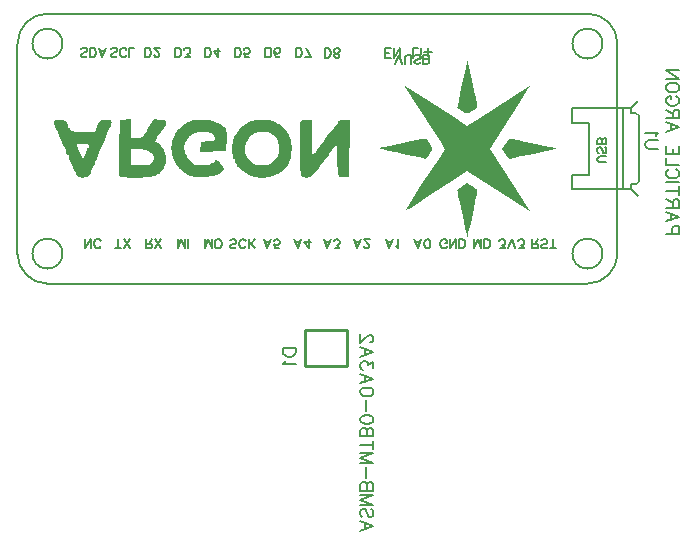
<source format=gbo>
G04 Layer: BottomSilkscreenLayer*
G04 EasyEDA v6.5.5, 2022-05-19 09:40:35*
G04 cccee4e8604c442182ae7a2f59335eea,d4d611e81e4947998488be7877915955,10*
G04 Gerber Generator version 0.2*
G04 Scale: 100 percent, Rotated: No, Reflected: No *
G04 Dimensions in millimeters *
G04 leading zeros omitted , absolute positions ,4 integer and 5 decimal *
%FSLAX45Y45*%
%MOMM*%

%ADD10C,0.2540*%
%ADD17C,0.1270*%
%ADD18C,0.2032*%
%ADD19C,0.1524*%
%ADD20C,0.1780*%

%LPD*%
G36*
X6233769Y3730091D02*
G01*
X6233566Y3730040D01*
X6228943Y3710584D01*
X6218986Y3665474D01*
X6190488Y3532530D01*
X6172047Y3445357D01*
X6152134Y3348482D01*
X6150203Y3337509D01*
X6150965Y3336137D01*
X6156299Y3331108D01*
X6165748Y3323793D01*
X6177889Y3315055D01*
X6191453Y3305810D01*
X6205067Y3296920D01*
X6217462Y3289401D01*
X6227216Y3284067D01*
X6230721Y3282543D01*
X6233210Y3282340D01*
X6236919Y3283102D01*
X6241694Y3284778D01*
X6247536Y3287369D01*
X6254343Y3290773D01*
X6270396Y3300018D01*
X6289700Y3312515D01*
X6298285Y3318510D01*
X6305296Y3323742D01*
X6310833Y3328415D01*
X6314998Y3332530D01*
X6317843Y3336137D01*
X6319469Y3339388D01*
X6319977Y3342284D01*
X6318961Y3350209D01*
X6316268Y3365296D01*
X6306667Y3412794D01*
X6293154Y3476142D01*
X6273647Y3564534D01*
X6258255Y3632149D01*
X6245199Y3687724D01*
X6240119Y3708298D01*
X6236309Y3722573D01*
G37*
G36*
X5706160Y3514090D02*
G01*
X5706262Y3512616D01*
X5709412Y3507079D01*
X5959500Y3118612D01*
X6010859Y3039262D01*
X6021781Y3021736D01*
X6030518Y3006852D01*
X6036970Y2994863D01*
X6040983Y2985973D01*
X6041999Y2982772D01*
X6042406Y2980385D01*
X6042152Y2978912D01*
X6007201Y2924454D01*
X5845911Y2674721D01*
X5723534Y2484323D01*
X5711037Y2464206D01*
X5708294Y2458466D01*
X5709869Y2457500D01*
X5716828Y2460955D01*
X5755081Y2485034D01*
X5942177Y2605227D01*
X6103112Y2709367D01*
X6235446Y2795524D01*
X6601053Y2559151D01*
X6746697Y2465527D01*
X6767322Y2452878D01*
X6747967Y2484120D01*
X6631635Y2664764D01*
X6424625Y2984804D01*
X6604812Y3262477D01*
X6679641Y3378555D01*
X6732574Y3461207D01*
X6759397Y3503777D01*
X6763359Y3511245D01*
X6763461Y3513226D01*
X6760616Y3512210D01*
X6744309Y3501948D01*
X6342532Y3242919D01*
X6235192Y3173984D01*
X6095085Y3264915D01*
X5838748Y3430219D01*
X5710682Y3512413D01*
X5707583Y3513988D01*
G37*
G36*
X5882690Y3070047D02*
G01*
X5877306Y3069183D01*
X5844844Y3062681D01*
X5723432Y3037332D01*
X5576468Y3005886D01*
X5523890Y2994456D01*
X5490210Y2986633D01*
X5490108Y2986430D01*
X5491632Y2985719D01*
X5500522Y2983077D01*
X5516524Y2978912D01*
X5565343Y2967228D01*
X5629452Y2952496D01*
X5726785Y2930804D01*
X5821121Y2910687D01*
X5866841Y2901746D01*
X5877915Y2900222D01*
X5880811Y2900680D01*
X5884011Y2902305D01*
X5887618Y2905048D01*
X5891682Y2909011D01*
X5896254Y2914345D01*
X5901436Y2921000D01*
X5907227Y2929128D01*
X5918911Y2946654D01*
X5928106Y2961335D01*
X5935116Y2973273D01*
X5939180Y2981096D01*
X5939790Y2982976D01*
X5939282Y2985262D01*
X5937707Y2988970D01*
X5935218Y2993948D01*
X5928004Y3006648D01*
X5918708Y3021634D01*
X5908548Y3037179D01*
X5898642Y3051403D01*
X5890209Y3062681D01*
X5886856Y3066592D01*
X5884316Y3069132D01*
G37*
G36*
X6584137Y3069742D02*
G01*
X6583781Y3069640D01*
X6528968Y2985058D01*
X6561277Y2934004D01*
X6571996Y2918815D01*
X6576872Y2912465D01*
X6581292Y2907284D01*
X6585051Y2903321D01*
X6588048Y2900781D01*
X6590131Y2899918D01*
X6595567Y2900730D01*
X6627520Y2906928D01*
X6681927Y2918053D01*
X6752234Y2932785D01*
X6830110Y2949397D01*
X6898741Y2964637D01*
X6950100Y2976626D01*
X6967423Y2980994D01*
X6978040Y2983992D01*
X6981240Y2985262D01*
X6981291Y2985465D01*
X6976059Y2987141D01*
X6942988Y2995066D01*
X6887362Y3007410D01*
X6818274Y3022346D01*
X6726732Y3041700D01*
X6660438Y3055366D01*
X6610197Y3065322D01*
X6593941Y3068320D01*
G37*
G36*
X6235141Y2691231D02*
G01*
X6150559Y2636469D01*
X6150508Y2635148D01*
X6151880Y2626258D01*
X6159296Y2587447D01*
X6171336Y2528062D01*
X6188049Y2447950D01*
X6203645Y2375001D01*
X6217818Y2309876D01*
X6228740Y2261666D01*
X6232398Y2246731D01*
X6234734Y2238908D01*
X6235242Y2239518D01*
X6236208Y2242058D01*
X6239154Y2252370D01*
X6243472Y2269236D01*
X6255359Y2319274D01*
X6270396Y2386076D01*
X6288786Y2471318D01*
X6303010Y2539085D01*
X6313627Y2591155D01*
X6319215Y2621026D01*
X6319774Y2625090D01*
X6319520Y2628900D01*
X6318351Y2632506D01*
X6315964Y2636266D01*
X6312154Y2640330D01*
X6306718Y2644952D01*
X6299301Y2650337D01*
X6277660Y2664460D01*
G37*
G36*
X3387445Y3231286D02*
G01*
X3290366Y3224225D01*
X3287078Y2978810D01*
X3451301Y2978810D01*
X3467760Y2978505D01*
X3482594Y2977540D01*
X3496005Y2975864D01*
X3508146Y2973425D01*
X3513836Y2971901D01*
X3519271Y2970174D01*
X3524504Y2968244D01*
X3529533Y2966110D01*
X3539185Y2961132D01*
X3543808Y2958287D01*
X3553663Y2951226D01*
X3558540Y2947314D01*
X3562858Y2943352D01*
X3566718Y2939440D01*
X3570122Y2935528D01*
X3573018Y2931566D01*
X3575405Y2927553D01*
X3577336Y2923489D01*
X3578809Y2919425D01*
X3579774Y2915208D01*
X3580282Y2910992D01*
X3580282Y2906623D01*
X3579876Y2902204D01*
X3578961Y2897632D01*
X3577539Y2892958D01*
X3575710Y2888132D01*
X3573424Y2883154D01*
X3570630Y2878023D01*
X3567379Y2872689D01*
X3563721Y2867202D01*
X3557930Y2859786D01*
X3554933Y2856687D01*
X3551732Y2853944D01*
X3548227Y2851556D01*
X3544417Y2849473D01*
X3540099Y2847695D01*
X3535273Y2846222D01*
X3529787Y2845003D01*
X3523589Y2844038D01*
X3508756Y2842666D01*
X3490010Y2842006D01*
X3478987Y2841853D01*
X3387445Y2841853D01*
X3387445Y2978810D01*
X3287078Y2978810D01*
X3286556Y2915056D01*
X3286556Y2851708D01*
X3287166Y2800908D01*
X3288334Y2766720D01*
X3289096Y2757170D01*
X3289757Y2753664D01*
X3290570Y2752394D01*
X3291840Y2751175D01*
X3293618Y2750007D01*
X3298545Y2747822D01*
X3305251Y2745892D01*
X3313531Y2744165D01*
X3323285Y2742641D01*
X3334359Y2741320D01*
X3346551Y2740253D01*
X3373780Y2738729D01*
X3403854Y2738018D01*
X3427526Y2738069D01*
X3451606Y2738577D01*
X3467658Y2739136D01*
X3498951Y2740914D01*
X3513937Y2742082D01*
X3528314Y2743454D01*
X3541826Y2745028D01*
X3554476Y2746806D01*
X3565956Y2748737D01*
X3576218Y2750870D01*
X3585108Y2753207D01*
X3592474Y2755696D01*
X3595522Y2757017D01*
X3600907Y2759760D01*
X3611422Y2766060D01*
X3621430Y2773273D01*
X3630929Y2781401D01*
X3635451Y2785770D01*
X3643985Y2795066D01*
X3651859Y2805074D01*
X3659022Y2815640D01*
X3662324Y2821127D01*
X3668268Y2832404D01*
X3673348Y2844038D01*
X3677564Y2856026D01*
X3679291Y2862072D01*
X3680764Y2868168D01*
X3682949Y2880461D01*
X3683660Y2886659D01*
X3684219Y2898952D01*
X3684066Y2904642D01*
X3683558Y2910484D01*
X3681577Y2922778D01*
X3678478Y2935579D01*
X3674364Y2948686D01*
X3669436Y2961741D01*
X3663797Y2974492D01*
X3657549Y2986786D01*
X3650894Y2998216D01*
X3643934Y3008680D01*
X3640429Y3013405D01*
X3636873Y3017774D01*
X3633317Y3021736D01*
X3629761Y3025292D01*
X3626256Y3028391D01*
X3622801Y3031032D01*
X3619449Y3033115D01*
X3616147Y3034639D01*
X3612946Y3035554D01*
X3603294Y3036874D01*
X3597910Y3039465D01*
X3594252Y3043377D01*
X3592880Y3048101D01*
X3593236Y3050133D01*
X3594201Y3052978D01*
X3597859Y3060954D01*
X3603447Y3071418D01*
X3610559Y3083712D01*
X3618839Y3097225D01*
X3627780Y3111296D01*
X3637076Y3125368D01*
X3646220Y3138728D01*
X3654907Y3150768D01*
X3662629Y3160928D01*
X3669080Y3168497D01*
X3671671Y3171139D01*
X3673754Y3172866D01*
X3677259Y3176879D01*
X3680714Y3183636D01*
X3683762Y3192119D01*
X3685946Y3201416D01*
X3686556Y3206038D01*
X3686708Y3210052D01*
X3686200Y3213455D01*
X3684930Y3216351D01*
X3682847Y3218789D01*
X3679850Y3220872D01*
X3675837Y3222548D01*
X3670655Y3223971D01*
X3664204Y3225139D01*
X3656431Y3226104D01*
X3636416Y3227679D01*
X3582924Y3231134D01*
X3534410Y3155340D01*
X3522218Y3136595D01*
X3506571Y3113938D01*
X3497529Y3102102D01*
X3489248Y3092602D01*
X3485286Y3088640D01*
X3481425Y3085134D01*
X3477615Y3082137D01*
X3473805Y3079546D01*
X3469995Y3077311D01*
X3466084Y3075482D01*
X3462070Y3073958D01*
X3453637Y3071825D01*
X3444341Y3070656D01*
X3433927Y3070199D01*
X3387445Y3070148D01*
G37*
G36*
X3971950Y3230168D02*
G01*
X3957828Y3229813D01*
X3944061Y3228949D01*
X3930853Y3227679D01*
X3918305Y3225850D01*
X3906570Y3223564D01*
X3895750Y3220821D01*
X3886098Y3217519D01*
X3876192Y3213201D01*
X3865524Y3207867D01*
X3855262Y3202279D01*
X3845356Y3196336D01*
X3835857Y3190036D01*
X3826713Y3183483D01*
X3817975Y3176625D01*
X3809644Y3169462D01*
X3801719Y3162096D01*
X3794150Y3154426D01*
X3787038Y3146501D01*
X3780282Y3138373D01*
X3773932Y3130042D01*
X3767988Y3121507D01*
X3762451Y3112770D01*
X3757371Y3103829D01*
X3752646Y3094736D01*
X3748379Y3085490D01*
X3744468Y3076092D01*
X3741013Y3066592D01*
X3738016Y3056940D01*
X3735374Y3047238D01*
X3733190Y3037382D01*
X3731412Y3027476D01*
X3730091Y3017469D01*
X3729228Y3007410D01*
X3728770Y2997352D01*
X3728720Y2987192D01*
X3729126Y2977083D01*
X3729990Y2966923D01*
X3731260Y2956763D01*
X3733037Y2946603D01*
X3735222Y2936544D01*
X3737864Y2926435D01*
X3740912Y2916428D01*
X3744468Y2906522D01*
X3748481Y2896616D01*
X3752951Y2886862D01*
X3757828Y2877159D01*
X3763213Y2867609D01*
X3769055Y2858160D01*
X3775354Y2848864D01*
X3782161Y2839720D01*
X3789426Y2830779D01*
X3797147Y2821940D01*
X3805326Y2813354D01*
X3814368Y2804566D01*
X3824630Y2795574D01*
X3835501Y2786837D01*
X3846728Y2778506D01*
X3857955Y2770886D01*
X3868775Y2764180D01*
X3878935Y2758592D01*
X3888028Y2754376D01*
X3896614Y2751429D01*
X3906265Y2748889D01*
X3916730Y2746806D01*
X3927856Y2745079D01*
X3939540Y2743758D01*
X3951732Y2742793D01*
X3964330Y2742234D01*
X3977233Y2742082D01*
X3990289Y2742285D01*
X4003497Y2742844D01*
X4016654Y2743758D01*
X4029760Y2745028D01*
X4042664Y2746603D01*
X4055262Y2748584D01*
X4067505Y2750820D01*
X4079290Y2753461D01*
X4090466Y2756357D01*
X4100982Y2759608D01*
X4110736Y2763113D01*
X4119626Y2766923D01*
X4131614Y2773172D01*
X4145229Y2781249D01*
X4150918Y2785110D01*
X4155846Y2788920D01*
X4160113Y2792679D01*
X4163669Y2796438D01*
X4166463Y2800197D01*
X4168597Y2804007D01*
X4170070Y2807868D01*
X4170832Y2811830D01*
X4170883Y2815945D01*
X4170324Y2820162D01*
X4169105Y2824581D01*
X4167225Y2829153D01*
X4164685Y2833979D01*
X4161485Y2839059D01*
X4157726Y2844444D01*
X4148226Y2856077D01*
X4143146Y2861767D01*
X4138117Y2866898D01*
X4133189Y2871470D01*
X4128414Y2875534D01*
X4123842Y2878988D01*
X4119473Y2881884D01*
X4115308Y2884170D01*
X4111498Y2885897D01*
X4107942Y2886964D01*
X4104792Y2887421D01*
X4101998Y2887218D01*
X4099610Y2886354D01*
X4097731Y2884830D01*
X4096359Y2882595D01*
X4095496Y2879699D01*
X4095191Y2876092D01*
X4093819Y2871622D01*
X4090162Y2868015D01*
X4084726Y2865577D01*
X4071416Y2863748D01*
X4065981Y2861310D01*
X4062272Y2857703D01*
X4060342Y2851708D01*
X4058564Y2850184D01*
X4055668Y2848813D01*
X4051808Y2847492D01*
X4046982Y2846273D01*
X4041292Y2845155D01*
X4027728Y2843377D01*
X4011676Y2842260D01*
X3993794Y2841853D01*
X3977284Y2841955D01*
X3963263Y2842463D01*
X3951325Y2843479D01*
X3941114Y2845155D01*
X3936492Y2846273D01*
X3932174Y2847594D01*
X3928059Y2849168D01*
X3924147Y2850997D01*
X3916578Y2855417D01*
X3909110Y2861056D01*
X3901287Y2868066D01*
X3892753Y2876550D01*
X3885641Y2884424D01*
X3878427Y2893517D01*
X3871264Y2903524D01*
X3864457Y2914142D01*
X3858107Y2924962D01*
X3852519Y2935732D01*
X3847744Y2946146D01*
X3844086Y2955798D01*
X3839972Y2969006D01*
X3837127Y2980334D01*
X3836212Y2985465D01*
X3835603Y2990342D01*
X3835298Y2994964D01*
X3835349Y2999536D01*
X3835755Y3004058D01*
X3836517Y3008579D01*
X3837584Y3013202D01*
X3840835Y3023006D01*
X3845509Y3034131D01*
X3851148Y3045917D01*
X3856888Y3056432D01*
X3863035Y3066186D01*
X3869639Y3075178D01*
X3876649Y3083407D01*
X3880307Y3087268D01*
X3888028Y3094380D01*
X3896207Y3100730D01*
X3904894Y3106420D01*
X3914089Y3111347D01*
X3923792Y3115614D01*
X3934104Y3119120D01*
X3944924Y3122015D01*
X3956304Y3124200D01*
X3968343Y3125724D01*
X3980942Y3126638D01*
X3994200Y3126841D01*
X4010406Y3126384D01*
X4025137Y3125165D01*
X4038498Y3123234D01*
X4044645Y3122015D01*
X4055872Y3118967D01*
X4060951Y3117138D01*
X4065676Y3115157D01*
X4070045Y3112973D01*
X4074058Y3110636D01*
X4077715Y3108096D01*
X4081068Y3105353D01*
X4084015Y3102406D01*
X4086656Y3099308D01*
X4088892Y3096006D01*
X4090822Y3092551D01*
X4092397Y3088894D01*
X4093616Y3085033D01*
X4094479Y3080969D01*
X4094987Y3076752D01*
X4095191Y3072333D01*
X4094987Y3067507D01*
X4094378Y3063341D01*
X4093159Y3059734D01*
X4091228Y3056737D01*
X4088434Y3054197D01*
X4084726Y3052064D01*
X4079951Y3050286D01*
X4073906Y3048863D01*
X4066590Y3047644D01*
X4047388Y3045815D01*
X3975303Y3041599D01*
X3968191Y2955137D01*
X4192219Y2961690D01*
X4196435Y3084372D01*
X4196689Y3099765D01*
X4196537Y3113278D01*
X4195826Y3125012D01*
X4194505Y3135274D01*
X4193590Y3139897D01*
X4192422Y3144215D01*
X4191000Y3148330D01*
X4189374Y3152140D01*
X4187494Y3155746D01*
X4185361Y3159201D01*
X4182872Y3162452D01*
X4180128Y3165602D01*
X4173677Y3171596D01*
X4165752Y3177387D01*
X4156354Y3183178D01*
X4145279Y3189224D01*
X4117695Y3202889D01*
X4104741Y3208934D01*
X4094276Y3213049D01*
X4082796Y3216656D01*
X4070451Y3219907D01*
X4057446Y3222701D01*
X4043832Y3225088D01*
X4029760Y3226968D01*
X4015435Y3228441D01*
X4000906Y3229508D01*
X3986377Y3230067D01*
G37*
G36*
X2780131Y3229965D02*
G01*
X2767939Y3229762D01*
X2758186Y3229051D01*
X2750616Y3227679D01*
X2744978Y3225596D01*
X2741015Y3222599D01*
X2738475Y3218586D01*
X2737104Y3213404D01*
X2736748Y3206953D01*
X2736951Y3201974D01*
X2737612Y3196488D01*
X2738628Y3190748D01*
X2739948Y3184906D01*
X2743454Y3173679D01*
X2745536Y3168599D01*
X2753969Y3151987D01*
X2765958Y3126232D01*
X2779725Y3095142D01*
X2802229Y3043428D01*
X2814940Y3015183D01*
X2926181Y3015183D01*
X2926486Y3017621D01*
X2927908Y3019602D01*
X2930448Y3021177D01*
X2934309Y3022396D01*
X2939491Y3023260D01*
X2946196Y3023870D01*
X2964535Y3024428D01*
X2986582Y3024378D01*
X2995625Y3024124D01*
X3003550Y3023616D01*
X3010408Y3022904D01*
X3016250Y3021990D01*
X3021177Y3020771D01*
X3025140Y3019298D01*
X3028340Y3017570D01*
X3030677Y3015488D01*
X3032302Y3013100D01*
X3033217Y3010408D01*
X3033522Y3007360D01*
X3032658Y3000705D01*
X3030169Y2995269D01*
X3026562Y2991561D01*
X3017672Y2988970D01*
X3014065Y2985566D01*
X3011627Y2980537D01*
X3010712Y2974390D01*
X3010357Y2970580D01*
X3009392Y2965754D01*
X3007868Y2960065D01*
X3003346Y2947060D01*
X3000502Y2940151D01*
X2993999Y2926384D01*
X2977286Y2894177D01*
X2956966Y2945638D01*
X2948940Y2964840D01*
X2938526Y2988259D01*
X2934004Y2997606D01*
X2928213Y3008630D01*
X2926791Y3012186D01*
X2926181Y3015183D01*
X2814940Y3015183D01*
X2826664Y2990088D01*
X2832404Y2975914D01*
X2834792Y2969107D01*
X2838196Y2957118D01*
X2839161Y2952292D01*
X2839466Y2948533D01*
X2840380Y2942539D01*
X2842818Y2937662D01*
X2846476Y2934360D01*
X2855315Y2931769D01*
X2858973Y2928061D01*
X2861411Y2922574D01*
X2862326Y2915869D01*
X2862529Y2912008D01*
X2863138Y2907588D01*
X2865374Y2897835D01*
X2868726Y2887827D01*
X2870657Y2883103D01*
X2878378Y2867456D01*
X2888691Y2845308D01*
X2905556Y2807004D01*
X2911297Y2794457D01*
X2917139Y2782468D01*
X2922727Y2771597D01*
X2927756Y2762504D01*
X2931972Y2755696D01*
X2933700Y2753360D01*
X2936900Y2749956D01*
X2940761Y2747111D01*
X2945130Y2744673D01*
X2949956Y2742742D01*
X2955239Y2741269D01*
X2960827Y2740253D01*
X2966720Y2739644D01*
X2972816Y2739440D01*
X2979064Y2739593D01*
X2985363Y2740152D01*
X2991713Y2741117D01*
X2998012Y2742387D01*
X3004159Y2743962D01*
X3010103Y2745892D01*
X3015843Y2748127D01*
X3021228Y2750616D01*
X3026257Y2753410D01*
X3030829Y2756458D01*
X3034842Y2759710D01*
X3038297Y2763215D01*
X3041142Y2766923D01*
X3043224Y2770784D01*
X3044494Y2774848D01*
X3045358Y2783128D01*
X3046577Y2788412D01*
X3048508Y2794660D01*
X3050997Y2801670D01*
X3054045Y2809240D01*
X3057550Y2817114D01*
X3065576Y2832912D01*
X3071622Y2844292D01*
X3078073Y2857246D01*
X3084677Y2871114D01*
X3096717Y2898394D01*
X3119729Y2956458D01*
X3131769Y2986024D01*
X3146856Y3021838D01*
X3162503Y3057855D01*
X3195269Y3131515D01*
X3202940Y3149346D01*
X3209340Y3164890D01*
X3214420Y3178302D01*
X3218281Y3189732D01*
X3220821Y3199333D01*
X3222091Y3207258D01*
X3222244Y3210661D01*
X3222040Y3213709D01*
X3221583Y3216402D01*
X3220770Y3218789D01*
X3219602Y3220872D01*
X3218180Y3222701D01*
X3216402Y3224225D01*
X3214319Y3225546D01*
X3211880Y3226663D01*
X3206140Y3228238D01*
X3199028Y3229254D01*
X3190697Y3229762D01*
X3170123Y3229965D01*
X3156102Y3229711D01*
X3150158Y3229356D01*
X3144926Y3228695D01*
X3140202Y3227730D01*
X3135934Y3226409D01*
X3132124Y3224631D01*
X3128619Y3222345D01*
X3125317Y3219500D01*
X3122168Y3215995D01*
X3119120Y3211830D01*
X3116021Y3206953D01*
X3109518Y3194608D01*
X3078632Y3127197D01*
X2964129Y3127248D01*
X2942793Y3127451D01*
X2924962Y3127908D01*
X2910281Y3128721D01*
X2898546Y3129838D01*
X2889402Y3131362D01*
X2885744Y3132277D01*
X2882646Y3133344D01*
X2880055Y3134512D01*
X2877972Y3135782D01*
X2876346Y3137204D01*
X2875178Y3138779D01*
X2874314Y3140456D01*
X2873857Y3142335D01*
X2872841Y3150971D01*
X2870352Y3156458D01*
X2866745Y3160115D01*
X2857855Y3163062D01*
X2854248Y3167481D01*
X2851810Y3174034D01*
X2850896Y3182010D01*
X2850591Y3187852D01*
X2849778Y3193288D01*
X2848406Y3198317D01*
X2846476Y3202990D01*
X2843987Y3207308D01*
X2840939Y3211271D01*
X2837383Y3214827D01*
X2833217Y3217976D01*
X2828544Y3220821D01*
X2823260Y3223209D01*
X2817469Y3225292D01*
X2811119Y3226968D01*
X2804210Y3228289D01*
X2796743Y3229203D01*
X2788716Y3229762D01*
G37*
G36*
X4501489Y3229965D02*
G01*
X4487164Y3229762D01*
X4473346Y3229102D01*
X4459986Y3228035D01*
X4447133Y3226511D01*
X4434687Y3224580D01*
X4422698Y3222091D01*
X4411116Y3219196D01*
X4399940Y3215741D01*
X4389120Y3211830D01*
X4378655Y3207410D01*
X4368546Y3202381D01*
X4358690Y3196894D01*
X4349191Y3190798D01*
X4339894Y3184144D01*
X4330903Y3176930D01*
X4322114Y3169158D01*
X4313580Y3160725D01*
X4305198Y3151682D01*
X4296968Y3142030D01*
X4288942Y3131769D01*
X4281017Y3120796D01*
X4273194Y3109214D01*
X4265472Y3096920D01*
X4257852Y3083966D01*
X4256328Y3080867D01*
X4254855Y3077210D01*
X4252163Y3068167D01*
X4249877Y3057296D01*
X4247946Y3044850D01*
X4246372Y3031286D01*
X4245203Y3016859D01*
X4244340Y3001975D01*
X4243887Y2980182D01*
X4350562Y2980182D01*
X4350918Y2991154D01*
X4352239Y3002178D01*
X4354525Y3013405D01*
X4357827Y3024682D01*
X4362399Y3037433D01*
X4367479Y3049270D01*
X4373118Y3060192D01*
X4376115Y3065373D01*
X4382566Y3075025D01*
X4389526Y3083864D01*
X4393184Y3087979D01*
X4401007Y3095548D01*
X4409389Y3102254D01*
X4418330Y3108198D01*
X4423003Y3110839D01*
X4432858Y3115513D01*
X4438040Y3117596D01*
X4443323Y3119424D01*
X4454448Y3122523D01*
X4460189Y3123793D01*
X4472228Y3125673D01*
X4478528Y3126384D01*
X4491532Y3127146D01*
X4507534Y3127146D01*
X4523790Y3126536D01*
X4531004Y3125927D01*
X4537608Y3125114D01*
X4543806Y3123996D01*
X4549597Y3122625D01*
X4555083Y3120948D01*
X4560366Y3118866D01*
X4565497Y3116478D01*
X4570577Y3113633D01*
X4575708Y3110382D01*
X4580890Y3106724D01*
X4591913Y3097834D01*
X4602988Y3087979D01*
X4611878Y3079597D01*
X4619040Y3071926D01*
X4622038Y3068218D01*
X4624679Y3064510D01*
X4627016Y3060750D01*
X4628997Y3056839D01*
X4630724Y3052826D01*
X4632198Y3048508D01*
X4633417Y3043936D01*
X4635195Y3033674D01*
X4636262Y3021482D01*
X4636820Y3006953D01*
X4637024Y2972003D01*
X4636617Y2957271D01*
X4635652Y2944977D01*
X4634890Y2939542D01*
X4633874Y2934563D01*
X4632655Y2929890D01*
X4631131Y2925470D01*
X4629353Y2921254D01*
X4627219Y2917190D01*
X4624730Y2913176D01*
X4618583Y2905099D01*
X4610760Y2896514D01*
X4601006Y2886913D01*
X4589932Y2876448D01*
X4580077Y2867609D01*
X4571136Y2860446D01*
X4562703Y2854706D01*
X4554474Y2850286D01*
X4550206Y2848508D01*
X4545888Y2847035D01*
X4541367Y2845816D01*
X4531563Y2843987D01*
X4520488Y2842920D01*
X4507636Y2842463D01*
X4492650Y2842463D01*
X4475276Y2842920D01*
X4460697Y2844038D01*
X4454296Y2844850D01*
X4448352Y2845917D01*
X4442866Y2847238D01*
X4437786Y2848813D01*
X4432960Y2850692D01*
X4428388Y2852877D01*
X4423968Y2855366D01*
X4419701Y2858262D01*
X4415434Y2861513D01*
X4406798Y2869336D01*
X4402226Y2873857D01*
X4392523Y2884474D01*
X4383836Y2895041D01*
X4379823Y2900273D01*
X4372660Y2910840D01*
X4366514Y2921406D01*
X4361383Y2931972D01*
X4359148Y2937256D01*
X4355541Y2947924D01*
X4354068Y2953258D01*
X4351934Y2963976D01*
X4350766Y2974746D01*
X4350562Y2980182D01*
X4243887Y2980182D01*
X4243882Y2972155D01*
X4244238Y2957982D01*
X4245000Y2944723D01*
X4246168Y2932734D01*
X4247743Y2922371D01*
X4249724Y2913989D01*
X4250893Y2910687D01*
X4252163Y2907944D01*
X4253534Y2905912D01*
X4259427Y2900578D01*
X4263085Y2894736D01*
X4265523Y2887878D01*
X4266641Y2877870D01*
X4267403Y2874619D01*
X4268622Y2871114D01*
X4270248Y2867355D01*
X4274769Y2859227D01*
X4280814Y2850388D01*
X4288129Y2840990D01*
X4296664Y2831287D01*
X4306112Y2821432D01*
X4316374Y2811576D01*
X4327245Y2801874D01*
X4338574Y2792577D01*
X4350207Y2783789D01*
X4361891Y2775712D01*
X4373473Y2768549D01*
X4384802Y2762453D01*
X4395266Y2757627D01*
X4405934Y2753309D01*
X4416856Y2749550D01*
X4427880Y2746349D01*
X4439107Y2743657D01*
X4450486Y2741523D01*
X4461916Y2739898D01*
X4473448Y2738780D01*
X4485030Y2738120D01*
X4496612Y2738018D01*
X4508246Y2738374D01*
X4519828Y2739186D01*
X4531410Y2740507D01*
X4542891Y2742285D01*
X4554321Y2744520D01*
X4565599Y2747213D01*
X4576775Y2750362D01*
X4587798Y2753969D01*
X4598619Y2757932D01*
X4609236Y2762402D01*
X4619650Y2767228D01*
X4629810Y2772511D01*
X4639665Y2778150D01*
X4649216Y2784195D01*
X4658461Y2790647D01*
X4667351Y2797454D01*
X4675886Y2804668D01*
X4684014Y2812237D01*
X4691735Y2820111D01*
X4699000Y2828391D01*
X4705756Y2837027D01*
X4712106Y2845968D01*
X4717897Y2855264D01*
X4723130Y2864866D01*
X4727549Y2874314D01*
X4731461Y2884576D01*
X4734915Y2895498D01*
X4737963Y2907030D01*
X4740503Y2919069D01*
X4742586Y2931566D01*
X4744262Y2944418D01*
X4745431Y2957474D01*
X4746193Y2970733D01*
X4746447Y2984042D01*
X4746244Y2997352D01*
X4745634Y3010560D01*
X4744516Y3023565D01*
X4742942Y3036316D01*
X4740960Y3048660D01*
X4738471Y3060598D01*
X4735525Y3071977D01*
X4732121Y3082747D01*
X4728260Y3092754D01*
X4723942Y3102000D01*
X4717897Y3113074D01*
X4711395Y3123641D01*
X4704486Y3133750D01*
X4697120Y3143402D01*
X4689398Y3152546D01*
X4681220Y3161233D01*
X4672685Y3169412D01*
X4663744Y3177082D01*
X4654397Y3184245D01*
X4644694Y3190900D01*
X4634585Y3197047D01*
X4624171Y3202686D01*
X4613402Y3207816D01*
X4602226Y3212439D01*
X4590745Y3216503D01*
X4578959Y3220059D01*
X4566818Y3223056D01*
X4554372Y3225546D01*
X4541570Y3227476D01*
X4528515Y3228848D01*
X4515154Y3229660D01*
G37*
G36*
X4872685Y3229965D02*
G01*
X4862017Y3229660D01*
X4852619Y3228848D01*
X4844440Y3227476D01*
X4837480Y3225495D01*
X4831689Y3222955D01*
X4827066Y3219856D01*
X4823612Y3216198D01*
X4821275Y3211880D01*
X4820208Y3208070D01*
X4819192Y3202635D01*
X4817414Y3187192D01*
X4816043Y3166465D01*
X4814925Y3141218D01*
X4814163Y3112160D01*
X4813554Y3046018D01*
X4813757Y3001467D01*
X4814976Y2929585D01*
X4815941Y2894990D01*
X4817160Y2862376D01*
X4818583Y2832557D01*
X4820208Y2806242D01*
X4822037Y2784297D01*
X4824069Y2767482D01*
X4825187Y2761234D01*
X4826304Y2756611D01*
X4827473Y2753614D01*
X4828082Y2752801D01*
X4831486Y2750058D01*
X4835956Y2747467D01*
X4841290Y2745130D01*
X4847285Y2743098D01*
X4853787Y2741422D01*
X4860544Y2740152D01*
X4867452Y2739390D01*
X4874260Y2739085D01*
X4881118Y2739390D01*
X4887823Y2740406D01*
X4894529Y2742184D01*
X4901184Y2744825D01*
X4908042Y2748432D01*
X4915052Y2753106D01*
X4922418Y2758846D01*
X4930140Y2765806D01*
X4938420Y2774086D01*
X4947208Y2783789D01*
X4956708Y2794914D01*
X4966970Y2807614D01*
X4978095Y2821940D01*
X4990185Y2838043D01*
X5059273Y2933446D01*
X5075224Y2954883D01*
X5084978Y2967380D01*
X5100116Y2986176D01*
X5116271Y3007360D01*
X5119878Y3011830D01*
X5122875Y3014726D01*
X5124246Y3015488D01*
X5125415Y3015792D01*
X5126532Y3015538D01*
X5127548Y3014726D01*
X5128463Y3013354D01*
X5129276Y3011322D01*
X5130596Y3005226D01*
X5131663Y2996184D01*
X5132425Y2983941D01*
X5133289Y2948736D01*
X5134051Y2853436D01*
X5134610Y2834741D01*
X5135372Y2818130D01*
X5136438Y2803448D01*
X5137912Y2790596D01*
X5139740Y2779522D01*
X5142026Y2770022D01*
X5144770Y2762097D01*
X5146344Y2758643D01*
X5148072Y2755544D01*
X5149900Y2752801D01*
X5151932Y2750312D01*
X5154117Y2748178D01*
X5156403Y2746298D01*
X5158892Y2744673D01*
X5164429Y2742234D01*
X5167426Y2741371D01*
X5174081Y2740253D01*
X5181498Y2739948D01*
X5189778Y2740253D01*
X5198922Y2741117D01*
X5231028Y2744774D01*
X5237175Y3229965D01*
X5193741Y3229965D01*
X5185410Y3229813D01*
X5177993Y3229406D01*
X5171338Y3228644D01*
X5165344Y3227476D01*
X5160010Y3225901D01*
X5155184Y3223818D01*
X5150764Y3221228D01*
X5146700Y3218027D01*
X5142839Y3214217D01*
X5139131Y3209747D01*
X5135473Y3204514D01*
X5128971Y3193999D01*
X5122113Y3183686D01*
X5114086Y3172256D01*
X5105247Y3160369D01*
X5096103Y3148685D01*
X5080203Y3129889D01*
X5066893Y3113786D01*
X5050332Y3092754D01*
X5031892Y3068624D01*
X5017668Y3049625D01*
X4961991Y2972562D01*
X4949901Y2956814D01*
X4944719Y2950667D01*
X4940147Y2945739D01*
X4936134Y2942082D01*
X4932578Y2939592D01*
X4929479Y2938373D01*
X4928108Y2938272D01*
X4926838Y2938475D01*
X4925669Y2938983D01*
X4924602Y2939846D01*
X4922723Y2942539D01*
X4921199Y2946603D01*
X4919980Y2951988D01*
X4919014Y2958795D01*
X4918252Y2966974D01*
X4917389Y2987598D01*
X4917084Y3014116D01*
X4917084Y3229965D01*
G37*
D19*
X5436615Y-212344D02*
G01*
X5327650Y-254000D01*
X5436615Y-212344D02*
G01*
X5327650Y-170942D01*
X5363972Y-238505D02*
G01*
X5363972Y-186436D01*
X5421122Y-63754D02*
G01*
X5431536Y-74168D01*
X5436615Y-89915D01*
X5436615Y-110489D01*
X5431536Y-126237D01*
X5421122Y-136652D01*
X5410708Y-136652D01*
X5400293Y-131318D01*
X5394959Y-126237D01*
X5389879Y-115823D01*
X5379465Y-84581D01*
X5374386Y-74168D01*
X5369052Y-69087D01*
X5358638Y-63754D01*
X5343143Y-63754D01*
X5332729Y-74168D01*
X5327650Y-89915D01*
X5327650Y-110489D01*
X5332729Y-126237D01*
X5343143Y-136652D01*
X5436615Y-29463D02*
G01*
X5327650Y-29463D01*
X5436615Y-29463D02*
G01*
X5327650Y11937D01*
X5436615Y53594D02*
G01*
X5327650Y11937D01*
X5436615Y53594D02*
G01*
X5327650Y53594D01*
X5436615Y87884D02*
G01*
X5327650Y87884D01*
X5436615Y87884D02*
G01*
X5436615Y134620D01*
X5431536Y150113D01*
X5426202Y155447D01*
X5415788Y160528D01*
X5405374Y160528D01*
X5394959Y155447D01*
X5389879Y150113D01*
X5384800Y134620D01*
X5384800Y87884D02*
G01*
X5384800Y134620D01*
X5379465Y150113D01*
X5374386Y155447D01*
X5363972Y160528D01*
X5348224Y160528D01*
X5337809Y155447D01*
X5332729Y150113D01*
X5327650Y134620D01*
X5327650Y87884D01*
X5374386Y194818D02*
G01*
X5374386Y288289D01*
X5436615Y322579D02*
G01*
X5327650Y322579D01*
X5436615Y322579D02*
G01*
X5327650Y364236D01*
X5436615Y405892D02*
G01*
X5327650Y364236D01*
X5436615Y405892D02*
G01*
X5327650Y405892D01*
X5436615Y476504D02*
G01*
X5327650Y476504D01*
X5436615Y440181D02*
G01*
X5436615Y512826D01*
X5436615Y547115D02*
G01*
X5327650Y547115D01*
X5436615Y547115D02*
G01*
X5436615Y593852D01*
X5431536Y609600D01*
X5426202Y614679D01*
X5415788Y619760D01*
X5405374Y619760D01*
X5394959Y614679D01*
X5389879Y609600D01*
X5384800Y593852D01*
X5384800Y547115D02*
G01*
X5384800Y593852D01*
X5379465Y609600D01*
X5374386Y614679D01*
X5363972Y619760D01*
X5348224Y619760D01*
X5337809Y614679D01*
X5332729Y609600D01*
X5327650Y593852D01*
X5327650Y547115D01*
X5436615Y685292D02*
G01*
X5431536Y669797D01*
X5415788Y659384D01*
X5389879Y654050D01*
X5374386Y654050D01*
X5348224Y659384D01*
X5332729Y669797D01*
X5327650Y685292D01*
X5327650Y695705D01*
X5332729Y711200D01*
X5348224Y721613D01*
X5374386Y726947D01*
X5389879Y726947D01*
X5415788Y721613D01*
X5431536Y711200D01*
X5436615Y695705D01*
X5436615Y685292D01*
X5374386Y761237D02*
G01*
X5374386Y854710D01*
X5436615Y920242D02*
G01*
X5431536Y904494D01*
X5415788Y894079D01*
X5389879Y889000D01*
X5374386Y889000D01*
X5348224Y894079D01*
X5332729Y904494D01*
X5327650Y920242D01*
X5327650Y930655D01*
X5332729Y946150D01*
X5348224Y956563D01*
X5374386Y961644D01*
X5389879Y961644D01*
X5415788Y956563D01*
X5431536Y946150D01*
X5436615Y930655D01*
X5436615Y920242D01*
X5436615Y1037589D02*
G01*
X5327650Y995934D01*
X5436615Y1037589D02*
G01*
X5327650Y1079245D01*
X5363972Y1011681D02*
G01*
X5363972Y1063497D01*
X5436615Y1123950D02*
G01*
X5436615Y1181100D01*
X5394959Y1149857D01*
X5394959Y1165352D01*
X5389879Y1175765D01*
X5384800Y1181100D01*
X5369052Y1186179D01*
X5358638Y1186179D01*
X5343143Y1181100D01*
X5332729Y1170686D01*
X5327650Y1154937D01*
X5327650Y1139444D01*
X5332729Y1123950D01*
X5337809Y1118615D01*
X5348224Y1113536D01*
X5436615Y1262126D02*
G01*
X5327650Y1220470D01*
X5436615Y1262126D02*
G01*
X5327650Y1303528D01*
X5363972Y1235963D02*
G01*
X5363972Y1288034D01*
X5410708Y1343152D02*
G01*
X5415788Y1343152D01*
X5426202Y1348231D01*
X5431536Y1353565D01*
X5436615Y1363979D01*
X5436615Y1384554D01*
X5431536Y1394968D01*
X5426202Y1400302D01*
X5415788Y1405381D01*
X5405374Y1405381D01*
X5394959Y1400302D01*
X5379465Y1389887D01*
X5327650Y1337818D01*
X5327650Y1410715D01*
X4672584Y1295400D02*
G01*
X4781550Y1295400D01*
X4672584Y1295400D02*
G01*
X4672584Y1259078D01*
X4677663Y1243329D01*
X4688077Y1233170D01*
X4698491Y1227836D01*
X4714240Y1222755D01*
X4740147Y1222755D01*
X4755641Y1227836D01*
X4766056Y1233170D01*
X4776470Y1243329D01*
X4781550Y1259078D01*
X4781550Y1295400D01*
X4693411Y1188465D02*
G01*
X4688077Y1178052D01*
X4672584Y1162304D01*
X4781550Y1162304D01*
X8027415Y2260600D02*
G01*
X7918450Y2260600D01*
X8027415Y2260600D02*
G01*
X8027415Y2307336D01*
X8022336Y2322829D01*
X8017002Y2328163D01*
X8006588Y2333244D01*
X7991093Y2333244D01*
X7980679Y2328163D01*
X7975600Y2322829D01*
X7970265Y2307336D01*
X7970265Y2260600D01*
X8027415Y2409189D02*
G01*
X7918450Y2367534D01*
X8027415Y2409189D02*
G01*
X7918450Y2450845D01*
X7954772Y2383281D02*
G01*
X7954772Y2435097D01*
X8027415Y2485136D02*
G01*
X7918450Y2485136D01*
X8027415Y2485136D02*
G01*
X8027415Y2531871D01*
X8022336Y2547365D01*
X8017002Y2552700D01*
X8006588Y2557779D01*
X7996174Y2557779D01*
X7985759Y2552700D01*
X7980679Y2547365D01*
X7975600Y2531871D01*
X7975600Y2485136D01*
X7975600Y2521457D02*
G01*
X7918450Y2557779D01*
X8027415Y2628392D02*
G01*
X7918450Y2628392D01*
X8027415Y2592070D02*
G01*
X8027415Y2664713D01*
X8027415Y2699004D02*
G01*
X7918450Y2699004D01*
X8001508Y2811271D02*
G01*
X8011922Y2806192D01*
X8022336Y2795778D01*
X8027415Y2785363D01*
X8027415Y2764536D01*
X8022336Y2754121D01*
X8011922Y2743707D01*
X8001508Y2738628D01*
X7985759Y2733294D01*
X7959852Y2733294D01*
X7944358Y2738628D01*
X7933943Y2743707D01*
X7923529Y2754121D01*
X7918450Y2764536D01*
X7918450Y2785363D01*
X7923529Y2795778D01*
X7933943Y2806192D01*
X7944358Y2811271D01*
X8027415Y2845562D02*
G01*
X7918450Y2845562D01*
X7918450Y2845562D02*
G01*
X7918450Y2908045D01*
X8027415Y2942336D02*
G01*
X7918450Y2942336D01*
X8027415Y2942336D02*
G01*
X8027415Y3009900D01*
X7975600Y2942336D02*
G01*
X7975600Y2983737D01*
X7918450Y2942336D02*
G01*
X7918450Y3009900D01*
X8027415Y3165602D02*
G01*
X7918450Y3124200D01*
X8027415Y3165602D02*
G01*
X7918450Y3207257D01*
X7954772Y3139694D02*
G01*
X7954772Y3191510D01*
X8027415Y3241547D02*
G01*
X7918450Y3241547D01*
X8027415Y3241547D02*
G01*
X8027415Y3288284D01*
X8022336Y3303778D01*
X8017002Y3309112D01*
X8006588Y3314192D01*
X7996174Y3314192D01*
X7985759Y3309112D01*
X7980679Y3303778D01*
X7975600Y3288284D01*
X7975600Y3241547D01*
X7975600Y3277870D02*
G01*
X7918450Y3314192D01*
X8001508Y3426460D02*
G01*
X8011922Y3421379D01*
X8022336Y3410965D01*
X8027415Y3400552D01*
X8027415Y3379723D01*
X8022336Y3369310D01*
X8011922Y3358895D01*
X8001508Y3353815D01*
X7985759Y3348481D01*
X7959852Y3348481D01*
X7944358Y3353815D01*
X7933943Y3358895D01*
X7923529Y3369310D01*
X7918450Y3379723D01*
X7918450Y3400552D01*
X7923529Y3410965D01*
X7933943Y3421379D01*
X7944358Y3426460D01*
X7959852Y3426460D01*
X7959852Y3400552D02*
G01*
X7959852Y3426460D01*
X8027415Y3491992D02*
G01*
X8022336Y3481578D01*
X8011922Y3471163D01*
X8001508Y3465829D01*
X7985759Y3460750D01*
X7959852Y3460750D01*
X7944358Y3465829D01*
X7933943Y3471163D01*
X7923529Y3481578D01*
X7918450Y3491992D01*
X7918450Y3512820D01*
X7923529Y3522979D01*
X7933943Y3533394D01*
X7944358Y3538728D01*
X7959852Y3543807D01*
X7985759Y3543807D01*
X8001508Y3538728D01*
X8011922Y3533394D01*
X8022336Y3522979D01*
X8027415Y3512820D01*
X8027415Y3491992D01*
X8027415Y3578097D02*
G01*
X7918450Y3578097D01*
X8027415Y3578097D02*
G01*
X7918450Y3650995D01*
X8027415Y3650995D02*
G01*
X7918450Y3650995D01*
X7849615Y2984500D02*
G01*
X7771638Y2984500D01*
X7756143Y2989579D01*
X7745729Y2999994D01*
X7740650Y3015742D01*
X7740650Y3026155D01*
X7745729Y3041650D01*
X7756143Y3052063D01*
X7771638Y3057144D01*
X7849615Y3057144D01*
X7828788Y3091434D02*
G01*
X7834122Y3101847D01*
X7849615Y3117595D01*
X7740650Y3117595D01*
D20*
X4010659Y2140457D02*
G01*
X4010659Y2218181D01*
X4010659Y2140457D02*
G01*
X4040124Y2218181D01*
X4069841Y2140457D02*
G01*
X4040124Y2218181D01*
X4069841Y2140457D02*
G01*
X4069841Y2218181D01*
X4116324Y2140457D02*
G01*
X4108958Y2144268D01*
X4101591Y2151634D01*
X4097781Y2159000D01*
X4094225Y2169921D01*
X4094225Y2188463D01*
X4097781Y2199639D01*
X4101591Y2207005D01*
X4108958Y2214371D01*
X4116324Y2218181D01*
X4131056Y2218181D01*
X4138422Y2214371D01*
X4145788Y2207005D01*
X4149597Y2199639D01*
X4153408Y2188463D01*
X4153408Y2169921D01*
X4149597Y2159000D01*
X4145788Y2151634D01*
X4138422Y2144268D01*
X4131056Y2140457D01*
X4116324Y2140457D01*
X4278375Y2151634D02*
G01*
X4271009Y2144268D01*
X4259834Y2140457D01*
X4245102Y2140457D01*
X4233925Y2144268D01*
X4226559Y2151634D01*
X4226559Y2159000D01*
X4230370Y2166365D01*
X4233925Y2169921D01*
X4241291Y2173731D01*
X4263390Y2181097D01*
X4271009Y2184907D01*
X4274565Y2188463D01*
X4278375Y2195829D01*
X4278375Y2207005D01*
X4271009Y2214371D01*
X4259834Y2218181D01*
X4245102Y2218181D01*
X4233925Y2214371D01*
X4226559Y2207005D01*
X4358131Y2159000D02*
G01*
X4354322Y2151634D01*
X4346956Y2144268D01*
X4339590Y2140457D01*
X4324858Y2140457D01*
X4317491Y2144268D01*
X4310125Y2151634D01*
X4306315Y2159000D01*
X4302759Y2169921D01*
X4302759Y2188463D01*
X4306315Y2199639D01*
X4310125Y2207005D01*
X4317491Y2214371D01*
X4324858Y2218181D01*
X4339590Y2218181D01*
X4346956Y2214371D01*
X4354322Y2207005D01*
X4358131Y2199639D01*
X4382515Y2140457D02*
G01*
X4382515Y2218181D01*
X4434331Y2140457D02*
G01*
X4382515Y2192273D01*
X4401058Y2173731D02*
G01*
X4434331Y2218181D01*
X4540504Y2140457D02*
G01*
X4511040Y2218181D01*
X4540504Y2140457D02*
G01*
X4570222Y2218181D01*
X4522215Y2192273D02*
G01*
X4559045Y2192273D01*
X4638802Y2140457D02*
G01*
X4601972Y2140457D01*
X4598161Y2173731D01*
X4601972Y2169921D01*
X4613147Y2166365D01*
X4624070Y2166365D01*
X4635245Y2169921D01*
X4642611Y2177542D01*
X4646168Y2188463D01*
X4646168Y2195829D01*
X4642611Y2207005D01*
X4635245Y2214371D01*
X4624070Y2218181D01*
X4613147Y2218181D01*
X4601972Y2214371D01*
X4598161Y2210562D01*
X4594606Y2203195D01*
X4799584Y2140457D02*
G01*
X4770120Y2218181D01*
X4799584Y2140457D02*
G01*
X4829302Y2218181D01*
X4781295Y2192273D02*
G01*
X4818125Y2192273D01*
X4890515Y2140457D02*
G01*
X4853686Y2192273D01*
X4909058Y2192273D01*
X4890515Y2140457D02*
G01*
X4890515Y2218181D01*
X5048504Y2140457D02*
G01*
X5019040Y2218181D01*
X5048504Y2140457D02*
G01*
X5078222Y2218181D01*
X5030215Y2192273D02*
G01*
X5067045Y2192273D01*
X5109972Y2140457D02*
G01*
X5150611Y2140457D01*
X5128513Y2169921D01*
X5139436Y2169921D01*
X5146802Y2173731D01*
X5150611Y2177542D01*
X5154168Y2188463D01*
X5154168Y2195829D01*
X5150611Y2207005D01*
X5143245Y2214371D01*
X5132070Y2218181D01*
X5121147Y2218181D01*
X5109972Y2214371D01*
X5106161Y2210562D01*
X5102606Y2203195D01*
X5302504Y2140457D02*
G01*
X5273040Y2218181D01*
X5302504Y2140457D02*
G01*
X5332222Y2218181D01*
X5284215Y2192273D02*
G01*
X5321045Y2192273D01*
X5360161Y2159000D02*
G01*
X5360161Y2155189D01*
X5363972Y2147823D01*
X5367527Y2144268D01*
X5375147Y2140457D01*
X5389879Y2140457D01*
X5397245Y2144268D01*
X5400802Y2147823D01*
X5404611Y2155189D01*
X5404611Y2162555D01*
X5400802Y2169921D01*
X5393436Y2181097D01*
X5356606Y2218181D01*
X5408168Y2218181D01*
X5574284Y2142997D02*
G01*
X5544820Y2220721D01*
X5574284Y2142997D02*
G01*
X5604002Y2220721D01*
X5555995Y2194813D02*
G01*
X5592825Y2194813D01*
X5628386Y2157729D02*
G01*
X5635752Y2154173D01*
X5646927Y2142997D01*
X5646927Y2220721D01*
X5815584Y2140457D02*
G01*
X5786120Y2218181D01*
X5815584Y2140457D02*
G01*
X5845302Y2218181D01*
X5797295Y2192273D02*
G01*
X5834125Y2192273D01*
X5891784Y2140457D02*
G01*
X5880608Y2144268D01*
X5873241Y2155189D01*
X5869686Y2173731D01*
X5869686Y2184907D01*
X5873241Y2203195D01*
X5880608Y2214371D01*
X5891784Y2218181D01*
X5899150Y2218181D01*
X5910325Y2214371D01*
X5917691Y2203195D01*
X5921247Y2184907D01*
X5921247Y2173731D01*
X5917691Y2155189D01*
X5910325Y2144268D01*
X5899150Y2140457D01*
X5891784Y2140457D01*
X6062472Y2159000D02*
G01*
X6058915Y2151634D01*
X6051550Y2144268D01*
X6043929Y2140457D01*
X6029197Y2140457D01*
X6021831Y2144268D01*
X6014465Y2151634D01*
X6010909Y2159000D01*
X6007100Y2169921D01*
X6007100Y2188463D01*
X6010909Y2199639D01*
X6014465Y2207005D01*
X6021831Y2214371D01*
X6029197Y2218181D01*
X6043929Y2218181D01*
X6051550Y2214371D01*
X6058915Y2207005D01*
X6062472Y2199639D01*
X6062472Y2188463D01*
X6043929Y2188463D02*
G01*
X6062472Y2188463D01*
X6086856Y2140457D02*
G01*
X6086856Y2218181D01*
X6086856Y2140457D02*
G01*
X6138672Y2218181D01*
X6138672Y2140457D02*
G01*
X6138672Y2218181D01*
X6163056Y2140457D02*
G01*
X6163056Y2218181D01*
X6163056Y2140457D02*
G01*
X6188963Y2140457D01*
X6199886Y2144268D01*
X6207506Y2151634D01*
X6211061Y2159000D01*
X6214872Y2169921D01*
X6214872Y2188463D01*
X6211061Y2199639D01*
X6207506Y2207005D01*
X6199886Y2214371D01*
X6188963Y2218181D01*
X6163056Y2218181D01*
X6291579Y2140457D02*
G01*
X6291579Y2218181D01*
X6291579Y2140457D02*
G01*
X6321043Y2218181D01*
X6350761Y2140457D02*
G01*
X6321043Y2218181D01*
X6350761Y2140457D02*
G01*
X6350761Y2218181D01*
X6375145Y2140457D02*
G01*
X6375145Y2218181D01*
X6375145Y2140457D02*
G01*
X6401054Y2140457D01*
X6411975Y2144268D01*
X6419341Y2151634D01*
X6423152Y2159000D01*
X6426708Y2169921D01*
X6426708Y2188463D01*
X6423152Y2199639D01*
X6419341Y2207005D01*
X6411975Y2214371D01*
X6401054Y2218181D01*
X6375145Y2218181D01*
X6512306Y2140457D02*
G01*
X6552945Y2140457D01*
X6530847Y2169921D01*
X6541770Y2169921D01*
X6549390Y2173731D01*
X6552945Y2177542D01*
X6556756Y2188463D01*
X6556756Y2195829D01*
X6552945Y2207005D01*
X6545579Y2214371D01*
X6534404Y2218181D01*
X6523481Y2218181D01*
X6512306Y2214371D01*
X6508750Y2210562D01*
X6504940Y2203195D01*
X6581140Y2140457D02*
G01*
X6610604Y2218181D01*
X6640068Y2140457D02*
G01*
X6610604Y2218181D01*
X6672072Y2140457D02*
G01*
X6712711Y2140457D01*
X6690359Y2169921D01*
X6701536Y2169921D01*
X6708902Y2173731D01*
X6712711Y2177542D01*
X6716268Y2188463D01*
X6716268Y2195829D01*
X6712711Y2207005D01*
X6705345Y2214371D01*
X6694170Y2218181D01*
X6682993Y2218181D01*
X6672072Y2214371D01*
X6668261Y2210562D01*
X6664706Y2203195D01*
X6784340Y2140457D02*
G01*
X6784340Y2218181D01*
X6784340Y2140457D02*
G01*
X6817613Y2140457D01*
X6828790Y2144268D01*
X6832345Y2147823D01*
X6836156Y2155189D01*
X6836156Y2162555D01*
X6832345Y2169921D01*
X6828790Y2173731D01*
X6817613Y2177542D01*
X6784340Y2177542D01*
X6810247Y2177542D02*
G01*
X6836156Y2218181D01*
X6912102Y2151634D02*
G01*
X6904736Y2144268D01*
X6893813Y2140457D01*
X6878827Y2140457D01*
X6867906Y2144268D01*
X6860540Y2151634D01*
X6860540Y2159000D01*
X6864095Y2166365D01*
X6867906Y2169921D01*
X6875272Y2173731D01*
X6897370Y2181097D01*
X6904736Y2184907D01*
X6908545Y2188463D01*
X6912102Y2195829D01*
X6912102Y2207005D01*
X6904736Y2214371D01*
X6893813Y2218181D01*
X6878827Y2218181D01*
X6867906Y2214371D01*
X6860540Y2207005D01*
X6962393Y2140457D02*
G01*
X6962393Y2218181D01*
X6936486Y2140457D02*
G01*
X6988302Y2140457D01*
X7412481Y2867660D02*
G01*
X7357109Y2867660D01*
X7345934Y2871470D01*
X7338568Y2878836D01*
X7334758Y2889757D01*
X7334758Y2897123D01*
X7338568Y2908300D01*
X7345934Y2915665D01*
X7357109Y2919476D01*
X7412481Y2919476D01*
X7401306Y2995421D02*
G01*
X7408672Y2988055D01*
X7412481Y2977134D01*
X7412481Y2962147D01*
X7408672Y2951226D01*
X7401306Y2943860D01*
X7393940Y2943860D01*
X7386574Y2947415D01*
X7383018Y2951226D01*
X7379208Y2958592D01*
X7371841Y2980689D01*
X7368031Y2988055D01*
X7364475Y2991865D01*
X7357109Y2995421D01*
X7345934Y2995421D01*
X7338568Y2988055D01*
X7334758Y2977134D01*
X7334758Y2962147D01*
X7338568Y2951226D01*
X7345934Y2943860D01*
X7412481Y3019805D02*
G01*
X7334758Y3019805D01*
X7412481Y3019805D02*
G01*
X7412481Y3053079D01*
X7408672Y3064255D01*
X7405115Y3068065D01*
X7397750Y3071621D01*
X7390384Y3071621D01*
X7383018Y3068065D01*
X7379208Y3064255D01*
X7375397Y3053079D01*
X7375397Y3019805D02*
G01*
X7375397Y3053079D01*
X7371841Y3064255D01*
X7368031Y3068065D01*
X7360665Y3071621D01*
X7349743Y3071621D01*
X7342377Y3068065D01*
X7338568Y3064255D01*
X7334758Y3053079D01*
X7334758Y3019805D01*
X2999740Y2142997D02*
G01*
X2999740Y2220721D01*
X2999740Y2142997D02*
G01*
X3051556Y2220721D01*
X3051556Y2142997D02*
G01*
X3051556Y2220721D01*
X3131311Y2161539D02*
G01*
X3127502Y2154173D01*
X3120136Y2146807D01*
X3112770Y2142997D01*
X3098038Y2142997D01*
X3090672Y2146807D01*
X3083306Y2154173D01*
X3079495Y2161539D01*
X3075940Y2172462D01*
X3075940Y2191004D01*
X3079495Y2202179D01*
X3083306Y2209545D01*
X3090672Y2216912D01*
X3098038Y2220721D01*
X3112770Y2220721D01*
X3120136Y2216912D01*
X3127502Y2209545D01*
X3131311Y2202179D01*
X3277108Y2142997D02*
G01*
X3277108Y2220721D01*
X3251200Y2142997D02*
G01*
X3303015Y2142997D01*
X3327400Y2142997D02*
G01*
X3378961Y2220721D01*
X3378961Y2142997D02*
G01*
X3327400Y2220721D01*
X3512820Y2142997D02*
G01*
X3512820Y2220721D01*
X3512820Y2142997D02*
G01*
X3546093Y2142997D01*
X3557270Y2146807D01*
X3560825Y2150363D01*
X3564636Y2157729D01*
X3564636Y2165095D01*
X3560825Y2172462D01*
X3557270Y2176271D01*
X3546093Y2180081D01*
X3512820Y2180081D01*
X3538727Y2180081D02*
G01*
X3564636Y2220721D01*
X3589020Y2142997D02*
G01*
X3640581Y2220721D01*
X3640581Y2142997D02*
G01*
X3589020Y2220721D01*
X3782059Y2142997D02*
G01*
X3782059Y2220721D01*
X3782059Y2142997D02*
G01*
X3811524Y2220721D01*
X3841241Y2142997D02*
G01*
X3811524Y2220721D01*
X3841241Y2142997D02*
G01*
X3841241Y2220721D01*
X3865625Y2142997D02*
G01*
X3865625Y2220721D01*
X3013456Y3769613D02*
G01*
X3006090Y3762247D01*
X2994913Y3758437D01*
X2980181Y3758437D01*
X2969006Y3762247D01*
X2961640Y3769613D01*
X2961640Y3776979D01*
X2965450Y3784345D01*
X2969006Y3787902D01*
X2976372Y3791712D01*
X2998470Y3799078D01*
X3006090Y3802887D01*
X3009645Y3806444D01*
X3013456Y3813810D01*
X3013456Y3824986D01*
X3006090Y3832352D01*
X2994913Y3836162D01*
X2980181Y3836162D01*
X2969006Y3832352D01*
X2961640Y3824986D01*
X3037840Y3758437D02*
G01*
X3037840Y3836162D01*
X3037840Y3758437D02*
G01*
X3063747Y3758437D01*
X3074670Y3762247D01*
X3082036Y3769613D01*
X3085845Y3776979D01*
X3089402Y3787902D01*
X3089402Y3806444D01*
X3085845Y3817620D01*
X3082036Y3824986D01*
X3074670Y3832352D01*
X3063747Y3836162D01*
X3037840Y3836162D01*
X3143504Y3758437D02*
G01*
X3113786Y3836162D01*
X3143504Y3758437D02*
G01*
X3172968Y3836162D01*
X3124961Y3810254D02*
G01*
X3162045Y3810254D01*
X3267456Y3769613D02*
G01*
X3260090Y3762247D01*
X3248913Y3758437D01*
X3234181Y3758437D01*
X3223006Y3762247D01*
X3215640Y3769613D01*
X3215640Y3776979D01*
X3219450Y3784345D01*
X3223006Y3787902D01*
X3230372Y3791712D01*
X3252470Y3799078D01*
X3260090Y3802887D01*
X3263645Y3806444D01*
X3267456Y3813810D01*
X3267456Y3824986D01*
X3260090Y3832352D01*
X3248913Y3836162D01*
X3234181Y3836162D01*
X3223006Y3832352D01*
X3215640Y3824986D01*
X3347211Y3776979D02*
G01*
X3343402Y3769613D01*
X3336036Y3762247D01*
X3328670Y3758437D01*
X3313938Y3758437D01*
X3306572Y3762247D01*
X3299206Y3769613D01*
X3295395Y3776979D01*
X3291840Y3787902D01*
X3291840Y3806444D01*
X3295395Y3817620D01*
X3299206Y3824986D01*
X3306572Y3832352D01*
X3313938Y3836162D01*
X3328670Y3836162D01*
X3336036Y3832352D01*
X3343402Y3824986D01*
X3347211Y3817620D01*
X3371595Y3758437D02*
G01*
X3371595Y3836162D01*
X3371595Y3836162D02*
G01*
X3416045Y3836162D01*
X3502659Y3758437D02*
G01*
X3502659Y3836162D01*
X3502659Y3758437D02*
G01*
X3528568Y3758437D01*
X3539490Y3762247D01*
X3547109Y3769613D01*
X3550665Y3776979D01*
X3554475Y3787902D01*
X3554475Y3806444D01*
X3550665Y3817620D01*
X3547109Y3824986D01*
X3539490Y3832352D01*
X3528568Y3836162D01*
X3502659Y3836162D01*
X3582415Y3776979D02*
G01*
X3582415Y3773170D01*
X3586225Y3765804D01*
X3589781Y3762247D01*
X3597147Y3758437D01*
X3612134Y3758437D01*
X3619500Y3762247D01*
X3623056Y3765804D01*
X3626865Y3773170D01*
X3626865Y3780536D01*
X3623056Y3787902D01*
X3615690Y3799078D01*
X3578859Y3836162D01*
X3630422Y3836162D01*
X3759200Y3758437D02*
G01*
X3759200Y3836162D01*
X3759200Y3758437D02*
G01*
X3785108Y3758437D01*
X3796029Y3762247D01*
X3803650Y3769613D01*
X3807206Y3776979D01*
X3811015Y3787902D01*
X3811015Y3806444D01*
X3807206Y3817620D01*
X3803650Y3824986D01*
X3796029Y3832352D01*
X3785108Y3836162D01*
X3759200Y3836162D01*
X3842765Y3758437D02*
G01*
X3883406Y3758437D01*
X3861308Y3787902D01*
X3872229Y3787902D01*
X3879595Y3791712D01*
X3883406Y3795521D01*
X3886961Y3806444D01*
X3886961Y3813810D01*
X3883406Y3824986D01*
X3876040Y3832352D01*
X3864863Y3836162D01*
X3853688Y3836162D01*
X3842765Y3832352D01*
X3838956Y3828542D01*
X3835400Y3821176D01*
X4010659Y3758437D02*
G01*
X4010659Y3836162D01*
X4010659Y3758437D02*
G01*
X4036568Y3758437D01*
X4047490Y3762247D01*
X4055109Y3769613D01*
X4058665Y3776979D01*
X4062475Y3787902D01*
X4062475Y3806444D01*
X4058665Y3817620D01*
X4055109Y3824986D01*
X4047490Y3832352D01*
X4036568Y3836162D01*
X4010659Y3836162D01*
X4123690Y3758437D02*
G01*
X4086859Y3810254D01*
X4142231Y3810254D01*
X4123690Y3758437D02*
G01*
X4123690Y3836162D01*
X4264659Y3758437D02*
G01*
X4264659Y3836162D01*
X4264659Y3758437D02*
G01*
X4290568Y3758437D01*
X4301490Y3762247D01*
X4309109Y3769613D01*
X4312665Y3776979D01*
X4316475Y3787902D01*
X4316475Y3806444D01*
X4312665Y3817620D01*
X4309109Y3824986D01*
X4301490Y3832352D01*
X4290568Y3836162D01*
X4264659Y3836162D01*
X4385056Y3758437D02*
G01*
X4348225Y3758437D01*
X4344415Y3791712D01*
X4348225Y3787902D01*
X4359147Y3784345D01*
X4370324Y3784345D01*
X4381500Y3787902D01*
X4388865Y3795521D01*
X4392422Y3806444D01*
X4392422Y3813810D01*
X4388865Y3824986D01*
X4381500Y3832352D01*
X4370324Y3836162D01*
X4359147Y3836162D01*
X4348225Y3832352D01*
X4344415Y3828542D01*
X4340859Y3821176D01*
X4523740Y3758437D02*
G01*
X4523740Y3836162D01*
X4523740Y3758437D02*
G01*
X4549647Y3758437D01*
X4560570Y3762247D01*
X4568190Y3769613D01*
X4571745Y3776979D01*
X4575556Y3787902D01*
X4575556Y3806444D01*
X4571745Y3817620D01*
X4568190Y3824986D01*
X4560570Y3832352D01*
X4549647Y3836162D01*
X4523740Y3836162D01*
X4644136Y3769613D02*
G01*
X4640579Y3762247D01*
X4629404Y3758437D01*
X4622038Y3758437D01*
X4610861Y3762247D01*
X4603495Y3773170D01*
X4599940Y3791712D01*
X4599940Y3810254D01*
X4603495Y3824986D01*
X4610861Y3832352D01*
X4622038Y3836162D01*
X4625847Y3836162D01*
X4636770Y3832352D01*
X4644136Y3824986D01*
X4647945Y3813810D01*
X4647945Y3810254D01*
X4644136Y3799078D01*
X4636770Y3791712D01*
X4625847Y3787902D01*
X4622038Y3787902D01*
X4610861Y3791712D01*
X4603495Y3799078D01*
X4599940Y3810254D01*
X4780279Y3758437D02*
G01*
X4780279Y3836162D01*
X4780279Y3758437D02*
G01*
X4806188Y3758437D01*
X4817109Y3762247D01*
X4824729Y3769613D01*
X4828286Y3776979D01*
X4832095Y3787902D01*
X4832095Y3806444D01*
X4828286Y3817620D01*
X4824729Y3824986D01*
X4817109Y3832352D01*
X4806188Y3836162D01*
X4780279Y3836162D01*
X4908041Y3758437D02*
G01*
X4871211Y3836162D01*
X4856479Y3758437D02*
G01*
X4908041Y3758437D01*
X5026659Y3755897D02*
G01*
X5026659Y3833621D01*
X5026659Y3755897D02*
G01*
X5052568Y3755897D01*
X5063490Y3759707D01*
X5071109Y3767073D01*
X5074665Y3774439D01*
X5078475Y3785362D01*
X5078475Y3803904D01*
X5074665Y3815079D01*
X5071109Y3822445D01*
X5063490Y3829812D01*
X5052568Y3833621D01*
X5026659Y3833621D01*
X5121147Y3755897D02*
G01*
X5110225Y3759707D01*
X5106415Y3767073D01*
X5106415Y3774439D01*
X5110225Y3781805D01*
X5117591Y3785362D01*
X5132324Y3789171D01*
X5143500Y3792981D01*
X5150865Y3800347D01*
X5154422Y3807713D01*
X5154422Y3818636D01*
X5150865Y3826002D01*
X5147056Y3829812D01*
X5136134Y3833621D01*
X5121147Y3833621D01*
X5110225Y3829812D01*
X5106415Y3826002D01*
X5102859Y3818636D01*
X5102859Y3807713D01*
X5106415Y3800347D01*
X5113781Y3792981D01*
X5124958Y3789171D01*
X5139690Y3785362D01*
X5147056Y3781805D01*
X5150865Y3774439D01*
X5150865Y3767073D01*
X5147056Y3759707D01*
X5136134Y3755897D01*
X5121147Y3755897D01*
X5626100Y3702557D02*
G01*
X5655563Y3780281D01*
X5685281Y3702557D02*
G01*
X5655563Y3780281D01*
X5709665Y3702557D02*
G01*
X5709665Y3757929D01*
X5713222Y3769105D01*
X5720588Y3776471D01*
X5731763Y3780281D01*
X5739129Y3780281D01*
X5750306Y3776471D01*
X5757672Y3769105D01*
X5761227Y3757929D01*
X5761227Y3702557D01*
X5837427Y3713734D02*
G01*
X5830061Y3706368D01*
X5818886Y3702557D01*
X5804154Y3702557D01*
X5793231Y3706368D01*
X5785865Y3713734D01*
X5785865Y3721100D01*
X5789422Y3728465D01*
X5793231Y3732021D01*
X5800597Y3735831D01*
X5822695Y3743197D01*
X5830061Y3747007D01*
X5833872Y3750563D01*
X5837427Y3757929D01*
X5837427Y3769105D01*
X5830061Y3776471D01*
X5818886Y3780281D01*
X5804154Y3780281D01*
X5793231Y3776471D01*
X5785865Y3769105D01*
X5861811Y3702557D02*
G01*
X5861811Y3780281D01*
X5861811Y3702557D02*
G01*
X5895086Y3702557D01*
X5906261Y3706368D01*
X5909818Y3709923D01*
X5913627Y3717289D01*
X5913627Y3724655D01*
X5909818Y3732021D01*
X5906261Y3735831D01*
X5895086Y3739642D01*
X5861811Y3739642D02*
G01*
X5895086Y3739642D01*
X5906261Y3743197D01*
X5909818Y3747007D01*
X5913627Y3754373D01*
X5913627Y3765295D01*
X5909818Y3772662D01*
X5906261Y3776471D01*
X5895086Y3780281D01*
X5861811Y3780281D01*
X5539740Y3755897D02*
G01*
X5539740Y3833621D01*
X5539740Y3755897D02*
G01*
X5587745Y3755897D01*
X5539740Y3792981D02*
G01*
X5569204Y3792981D01*
X5539740Y3833621D02*
G01*
X5587745Y3833621D01*
X5612129Y3755897D02*
G01*
X5612129Y3833621D01*
X5612129Y3755897D02*
G01*
X5663945Y3833621D01*
X5663945Y3755897D02*
G01*
X5663945Y3833621D01*
X5770879Y3755897D02*
G01*
X5770879Y3833621D01*
X5770879Y3833621D02*
G01*
X5815329Y3833621D01*
X5839713Y3755897D02*
G01*
X5843270Y3759707D01*
X5847079Y3755897D01*
X5843270Y3752087D01*
X5839713Y3755897D01*
X5843270Y3781805D02*
G01*
X5843270Y3833621D01*
X5904738Y3767073D02*
G01*
X5904738Y3833621D01*
X5871463Y3800347D02*
G01*
X5938011Y3800347D01*
D10*
X4864100Y1447800D02*
G01*
X4864100Y1143000D01*
X5219700Y1143000D01*
X5219700Y1447800D01*
X4864100Y1447800D01*
D17*
X7666581Y2684500D02*
G01*
X7621572Y2684500D01*
X7621572Y2644495D01*
X7551574Y2644495D01*
X7121578Y2644495D01*
X7121578Y2764513D01*
X7261583Y2764513D01*
X7261583Y3204486D01*
X7121578Y3204486D01*
X7121578Y3324504D01*
X7551574Y3324504D01*
X7621572Y3324504D01*
X7621572Y3284499D01*
X7661582Y3284499D01*
X7686573Y3264507D02*
G01*
X7686573Y2709496D01*
D18*
X7621572Y2644495D02*
G01*
X7681569Y2584500D01*
X7621572Y3324504D02*
G01*
X7681569Y3384499D01*
D17*
X7551574Y3324504D02*
G01*
X7551574Y2644495D01*
D19*
X2679700Y4127500D02*
G01*
X7251700Y4127500D01*
X7251700Y1841500D02*
G01*
X2679700Y1841500D01*
X2425700Y2095500D02*
G01*
X2425700Y3873500D01*
X7505700Y3873500D02*
G01*
X7505700Y2095500D01*
G75*
G01*
X7251700Y2222500D02*
G02*
X7251014Y2222500I-343J-127000D01*
G75*
G01*
X7251700Y4000500D02*
G02*
X7251014Y4000500I-343J-127000D01*
G75*
G01*
X2679700Y2222500D02*
G02*
X2679040Y2222500I-330J-127000D01*
G75*
G01*
X2679700Y4000500D02*
G02*
X2679040Y4000500I-330J-127000D01*
G75*
G01*
X2679700Y1841500D02*
G02*
X2425700Y2095500I0J254000D01*
G75*
G01*
X2425700Y3873500D02*
G02*
X2679700Y4127500I254000J0D01*
G75*
G01*
X7251700Y4127500D02*
G02*
X7505700Y3873500I0J-254000D01*
G75*
G01*
X7505700Y2095500D02*
G02*
X7251700Y1841500I-254000J0D01*
D17*
G75*
G01*
X7661580Y3284499D02*
G02*
X7686573Y3264510I1493J-23753D01*
G75*
G01*
X7686573Y2709494D02*
G02*
X7666584Y2684501I-23753J-1493D01*
M02*

</source>
